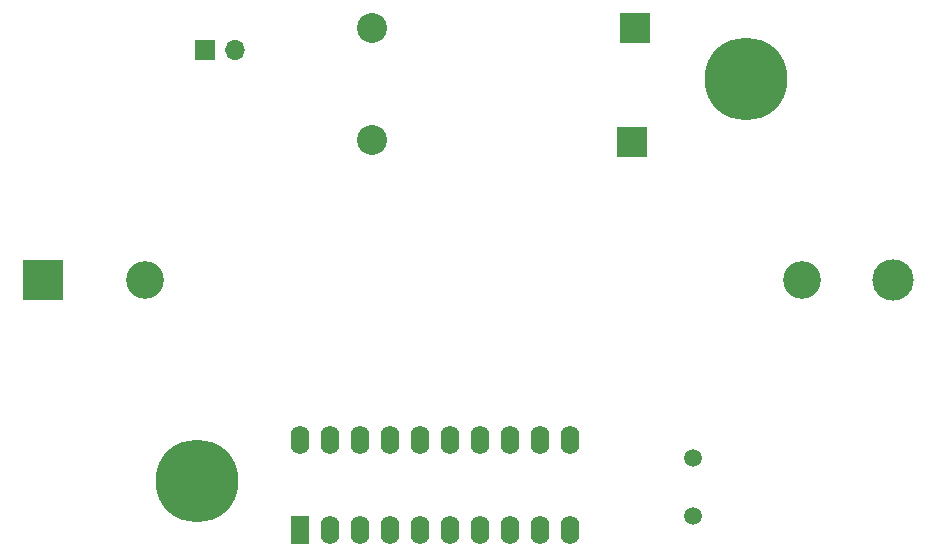
<source format=gbr>
%TF.GenerationSoftware,KiCad,Pcbnew,8.0.6-1.fc41*%
%TF.CreationDate,2024-11-27T18:25:38+08:00*%
%TF.ProjectId,signal_source,7369676e-616c-45f7-936f-757263652e6b,rev?*%
%TF.SameCoordinates,Original*%
%TF.FileFunction,Soldermask,Bot*%
%TF.FilePolarity,Negative*%
%FSLAX46Y46*%
G04 Gerber Fmt 4.6, Leading zero omitted, Abs format (unit mm)*
G04 Created by KiCad (PCBNEW 8.0.6-1.fc41) date 2024-11-27 18:25:38*
%MOMM*%
%LPD*%
G01*
G04 APERTURE LIST*
%ADD10C,2.540000*%
%ADD11R,2.540000X2.540000*%
%ADD12C,7.000000*%
%ADD13R,1.700000X1.700000*%
%ADD14O,1.700000X1.700000*%
%ADD15C,1.500000*%
%ADD16R,1.600000X2.400000*%
%ADD17O,1.600000X2.400000*%
%ADD18C,3.200000*%
%ADD19R,3.500000X3.500000*%
%ADD20C,3.500000*%
G04 APERTURE END LIST*
D10*
%TO.C,2T:5T*%
X108360000Y-60640000D03*
X108360000Y-70140000D03*
D11*
X130640000Y-60640000D03*
X130360000Y-70340000D03*
%TD*%
D12*
%TO.C,J3*%
X140000000Y-65000000D03*
%TD*%
D13*
%TO.C,J1*%
X94225000Y-62500000D03*
D14*
X96765000Y-62500000D03*
%TD*%
D12*
%TO.C,J2*%
X93500000Y-99000000D03*
%TD*%
D15*
%TO.C,Y1*%
X135525000Y-101950000D03*
X135525000Y-97070000D03*
%TD*%
D16*
%TO.C,U1*%
X102260000Y-103120000D03*
D17*
X104800000Y-103120000D03*
X107340000Y-103120000D03*
X109880000Y-103120000D03*
X112420000Y-103120000D03*
X114960000Y-103120000D03*
X117500000Y-103120000D03*
X120040000Y-103120000D03*
X122580000Y-103120000D03*
X125120000Y-103120000D03*
X125120000Y-95500000D03*
X122580000Y-95500000D03*
X120040000Y-95500000D03*
X117500000Y-95500000D03*
X114960000Y-95500000D03*
X112420000Y-95500000D03*
X109880000Y-95500000D03*
X107340000Y-95500000D03*
X104800000Y-95500000D03*
X102260000Y-95500000D03*
%TD*%
D18*
%TO.C,BT2*%
X89145000Y-82000000D03*
X144755000Y-82000000D03*
D19*
X80500000Y-82000000D03*
D20*
X152500000Y-82000000D03*
%TD*%
M02*

</source>
